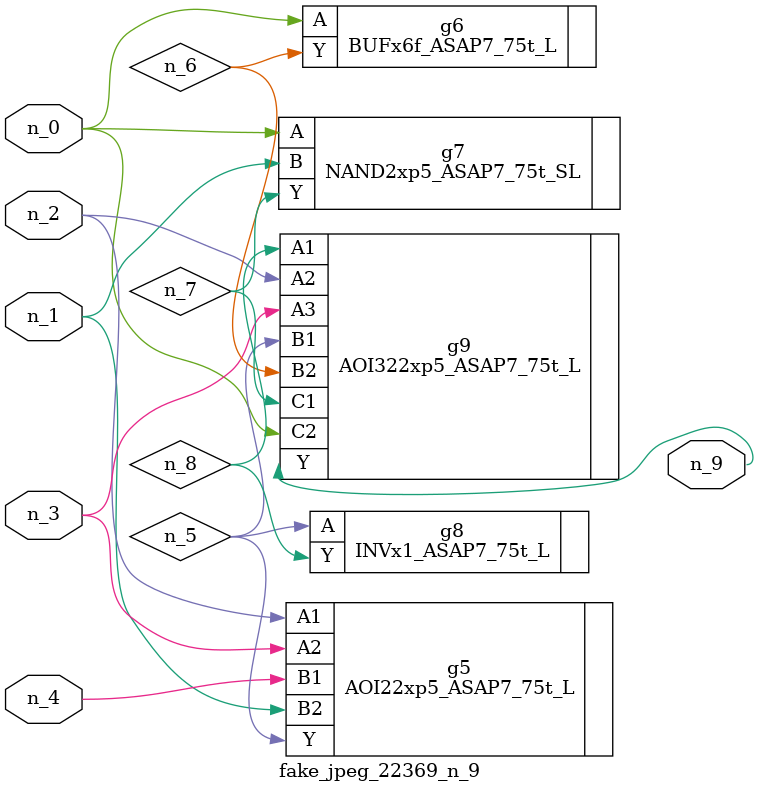
<source format=v>
module fake_jpeg_22369_n_9 (n_3, n_2, n_1, n_0, n_4, n_9);

input n_3;
input n_2;
input n_1;
input n_0;
input n_4;

output n_9;

wire n_8;
wire n_6;
wire n_5;
wire n_7;

AOI22xp5_ASAP7_75t_L g5 ( 
.A1(n_2),
.A2(n_3),
.B1(n_4),
.B2(n_1),
.Y(n_5)
);

BUFx6f_ASAP7_75t_L g6 ( 
.A(n_0),
.Y(n_6)
);

NAND2xp5_ASAP7_75t_SL g7 ( 
.A(n_0),
.B(n_1),
.Y(n_7)
);

INVx1_ASAP7_75t_L g8 ( 
.A(n_5),
.Y(n_8)
);

AOI322xp5_ASAP7_75t_L g9 ( 
.A1(n_8),
.A2(n_2),
.A3(n_3),
.B1(n_5),
.B2(n_6),
.C1(n_7),
.C2(n_0),
.Y(n_9)
);


endmodule
</source>
